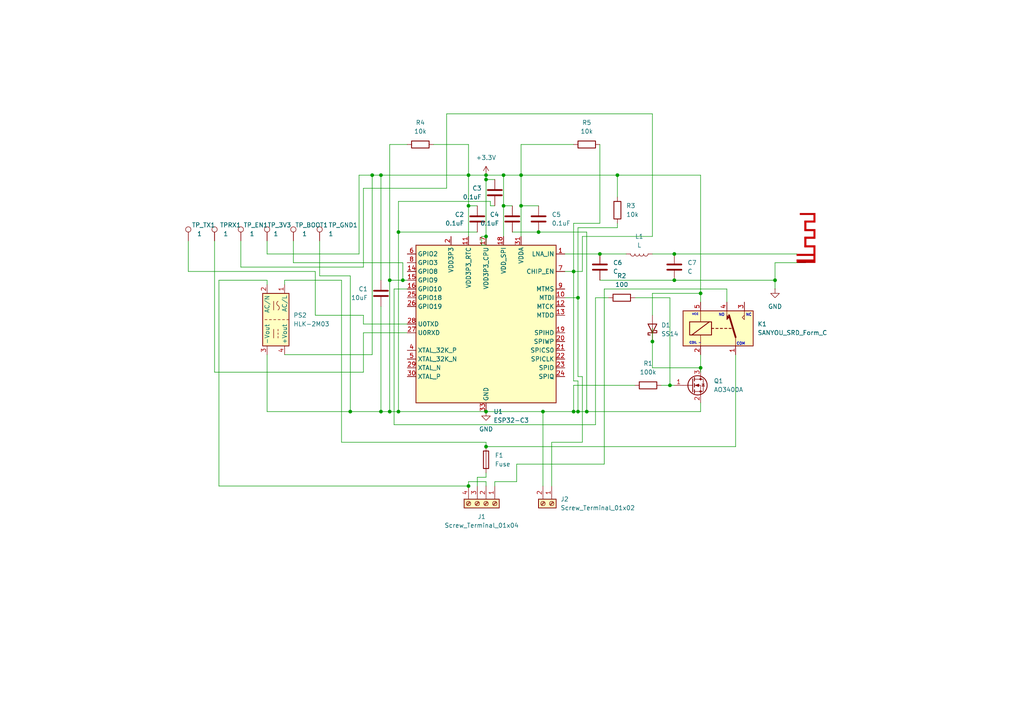
<source format=kicad_sch>
(kicad_sch (version 20250114) (generator "eeschema") (generator_version "9.0")
  (paper "A4")
  (lib_symbols
    (symbol "Connector:Screw_Terminal_01x02" (pin_names (offset 1.016) (hide yes))
      (property "Reference" "J" (at 0 2.54 0))
      (property "Value" "Screw_Terminal_01x02" (at 0 -5.08 0))
      (symbol "Screw_Terminal_01x02_1_1"
        (rectangle (start -1.27 1.27) (end 1.27 -3.81) (stroke (width 0.254)) (fill (type background)))
        (polyline (pts (xy -0.5334 0.3302) (xy 0.3302 -0.508)) (stroke (width 0.1524)))
        (polyline (pts (xy -0.5334 -2.2098) (xy 0.3302 -3.048)) (stroke (width 0.1524)))
        (polyline (pts (xy -0.3556 0.508) (xy 0.508 -0.3302)) (stroke (width 0.1524)))
        (polyline (pts (xy -0.3556 -2.032) (xy 0.508 -2.8702)) (stroke (width 0.1524)))
        (circle (center 0 0) (radius 0.635) (stroke (width 0.1524)))
        (circle (center 0 -2.54) (radius 0.635) (stroke (width 0.1524)))
        (pin passive line (at -5.08 0 0) (length 3.81) (name "Pin_1") (number "1"))
        (pin passive line (at -5.08 -2.54 0) (length 3.81) (name "Pin_2") (number "2"))
      )
    )
    (symbol "Connector:Screw_Terminal_01x04" (pin_names (offset 1.016) (hide yes))
      (property "Reference" "J" (at 0 5.08 0))
      (property "Value" "Screw_Terminal_01x04" (at 0 -7.62 0))
      (symbol "Screw_Terminal_01x04_1_1"
        (rectangle (start -1.27 3.81) (end 1.27 -6.35) (stroke (width 0.254)) (fill (type background)))
        (polyline (pts (xy -0.5334 2.8702) (xy 0.3302 2.032)) (stroke (width 0.1524)))
        (polyline (pts (xy -0.5334 0.3302) (xy 0.3302 -0.508)) (stroke (width 0.1524)))
        (polyline (pts (xy -0.5334 -2.2098) (xy 0.3302 -3.048)) (stroke (width 0.1524)))
        (polyline (pts (xy -0.5334 -4.7498) (xy 0.3302 -5.588)) (stroke (width 0.1524)))
        (polyline (pts (xy -0.3556 3.048) (xy 0.508 2.2098)) (stroke (width 0.1524)))
        (polyline (pts (xy -0.3556 0.508) (xy 0.508 -0.3302)) (stroke (width 0.1524)))
        (polyline (pts (xy -0.3556 -2.032) (xy 0.508 -2.8702)) (stroke (width 0.1524)))
        (polyline (pts (xy -0.3556 -4.572) (xy 0.508 -5.4102)) (stroke (width 0.1524)))
        (circle (center 0 2.54) (radius 0.635) (stroke (width 0.1524)))
        (circle (center 0 0) (radius 0.635) (stroke (width 0.1524)))
        (circle (center 0 -2.54) (radius 0.635) (stroke (width 0.1524)))
        (circle (center 0 -5.08) (radius 0.635) (stroke (width 0.1524)))
        (pin passive line (at -5.08 2.54 0) (length 3.81) (name "Pin_1") (number "1"))
        (pin passive line (at -5.08 0 0) (length 3.81) (name "Pin_2") (number "2"))
        (pin passive line (at -5.08 -2.54 0) (length 3.81) (name "Pin_3") (number "3"))
        (pin passive line (at -5.08 -5.08 0) (length 3.81) (name "Pin_4") (number "4"))
      )
    )
    (symbol "Connector:TestPoint" (pin_numbers (hide yes)) (pin_names (offset 0.762) (hide yes))
      (property "Reference" "TP" (at 0 6.858 0))
      (property "Value" "TestPoint" (at 0 5.08 0))
      (symbol "TestPoint_0_1"
        (circle (center 0 3.302) (radius 0.762))
      )
      (symbol "TestPoint_1_1"
        (pin passive line (at 0 0 90) (length 2.54) (name "1") (number "1"))
      )
    )
    (symbol "Converter_ACDC:HLK-2M03"
      (property "Reference" "PS" (at 0 5.08 0))
      (property "Value" "HLK-2M03" (at 0 -5.08 0))
      (symbol "HLK-2M03_0_1"
        (rectangle (start -7.62 3.81) (end 7.62 -3.81) (stroke (width 0.254)) (fill (type background)))
        (polyline (pts (xy -5.334 -0.635) (xy -2.794 -0.635)))
        (arc (start -4.064 0.635) (mid -4.699 0.2495) (end -5.334 0.635))
        (arc (start -4.064 0.635) (mid -3.429 1.0072) (end -2.794 0.635))
        (polyline (pts (xy 0 3.81) (xy 0 3.175)))
        (polyline (pts (xy 0 2.54) (xy 0 1.905)))
        (polyline (pts (xy 0 1.27) (xy 0 0.635)))
        (polyline (pts (xy 0 0) (xy 0 -0.635)))
        (polyline (pts (xy 0 -1.27) (xy 0 -1.905)))
        (polyline (pts (xy 0 -2.54) (xy 0 -3.175)))
        (polyline (pts (xy 2.794 0.635) (xy 3.302 0.635)))
        (polyline (pts (xy 2.794 -0.635) (xy 5.334 -0.635)))
        (polyline (pts (xy 3.81 0.635) (xy 4.318 0.635)))
        (polyline (pts (xy 4.826 0.635) (xy 5.334 0.635)))
      )
      (symbol "HLK-2M03_1_1"
        (pin power_in line (at -10.16 2.54 0) (length 2.54) (name "AC/L") (number "1"))
        (pin power_in line (at -10.16 -2.54 0) (length 2.54) (name "AC/N") (number "2"))
        (pin power_out line (at 10.16 2.54 180) (length 2.54) (name "+Vout") (number "4"))
        (pin power_out line (at 10.16 -2.54 180) (length 2.54) (name "-Vout") (number "3"))
      )
    )
    (symbol "Device:C" (pin_numbers (hide yes)) (pin_names (offset 0.254))
      (property "Reference" "C" (at 0.635 2.54 0))
      (property "Value" "C" (at 0.635 -2.54 0))
      (symbol "C_0_1"
        (polyline (pts (xy -2.032 0.762) (xy 2.032 0.762)) (stroke (width 0.508)))
        (polyline (pts (xy -2.032 -0.762) (xy 2.032 -0.762)) (stroke (width 0.508)))
      )
      (symbol "C_1_1"
        (pin passive line (at 0 3.81 270) (length 2.794) (name "~") (number "1"))
        (pin passive line (at 0 -3.81 90) (length 2.794) (name "~") (number "2"))
      )
    )
    (symbol "Device:Fuse" (pin_numbers (hide yes)) (pin_names (offset 0))
      (property "Reference" "F" (at 2.032 0 90))
      (property "Value" "Fuse" (at -1.905 0 90))
      (symbol "Fuse_0_1"
        (rectangle (start -0.762 -2.54) (end 0.762 2.54) (stroke (width 0.254)))
        (polyline (pts (xy 0 2.54) (xy 0 -2.54)))
      )
      (symbol "Fuse_1_1"
        (pin passive line (at 0 3.81 270) (length 1.27) (name "~") (number "1"))
        (pin passive line (at 0 -3.81 90) (length 1.27) (name "~") (number "2"))
      )
    )
    (symbol "Device:L" (pin_numbers (hide yes)) (pin_names (offset 1.016) (hide yes))
      (property "Reference" "L" (at -1.27 0 90))
      (property "Value" "L" (at 1.905 0 90))
      (symbol "L_0_1"
        (arc (start 0 2.54) (mid 0.6323 1.905) (end 0 1.27))
        (arc (start 0 1.27) (mid 0.6323 0.635) (end 0 0))
        (arc (start 0 0) (mid 0.6323 -0.635) (end 0 -1.27))
        (arc (start 0 -1.27) (mid 0.6323 -1.905) (end 0 -2.54))
      )
      (symbol "L_1_1"
        (pin passive line (at 0 3.81 270) (length 1.27) (name "1") (number "1"))
        (pin passive line (at 0 -3.81 90) (length 1.27) (name "2") (number "2"))
      )
    )
    (symbol "Device:R" (pin_numbers (hide yes)) (pin_names (offset 0))
      (property "Reference" "R" (at 2.032 0 90))
      (property "Value" "R" (at 0 0 90))
      (symbol "R_0_1"
        (rectangle (start -1.016 -2.54) (end 1.016 2.54) (stroke (width 0.254)))
      )
      (symbol "R_1_1"
        (pin passive line (at 0 3.81 270) (length 1.27) (name "~") (number "1"))
        (pin passive line (at 0 -3.81 90) (length 1.27) (name "~") (number "2"))
      )
    )
    (symbol "Diode:SS14" (pin_numbers (hide yes)) (pin_names (offset 1.016) (hide yes))
      (property "Reference" "D" (at 0 2.54 0))
      (property "Value" "SS14" (at 0 -2.54 0))
      (symbol "SS14_0_1"
        (polyline (pts (xy -1.905 0.635) (xy -1.905 1.27) (xy -1.27 1.27) (xy -1.27 -1.27) (xy -0.635 -1.27) (xy -0.635 -0.635)) (stroke (width 0.254)))
        (polyline (pts (xy 1.27 1.27) (xy 1.27 -1.27) (xy -1.27 0) (xy 1.27 1.27)) (stroke (width 0.254)))
        (polyline (pts (xy 1.27 0) (xy -1.27 0)))
      )
      (symbol "SS14_1_1"
        (pin passive line (at -3.81 0 0) (length 2.54) (name "K") (number "1"))
        (pin passive line (at 3.81 0 180) (length 2.54) (name "A") (number "2"))
      )
    )
    (symbol "MCU_Espressif:ESP32-C3"
      (property "Reference" "U" (at -17.272 23.876 0))
      (property "Value" "ESP32-C3" (at 16.256 23.876 0))
      (symbol "ESP32-C3_1_1"
        (rectangle (start -20.32 22.86) (end 20.32 -22.86) (stroke (width 0.254)) (fill (type background)))
        (pin bidirectional line (at -22.86 20.32 0) (length 2.54) (name "GPIO2") (number "6"))
        (pin bidirectional line (at -22.86 17.78 0) (length 2.54) (name "GPIO3") (number "8"))
        (pin bidirectional line (at -22.86 15.24 0) (length 2.54) (name "GPIO8") (number "14"))
        (pin bidirectional line (at -22.86 12.7 0) (length 2.54) (name "GPIO9") (number "15"))
        (pin bidirectional line (at -22.86 10.16 0) (length 2.54) (name "GPIO10") (number "16"))
        (pin bidirectional line (at -22.86 7.62 0) (length 2.54) (name "GPIO18") (number "25"))
        (pin bidirectional line (at -22.86 5.08 0) (length 2.54) (name "GPIO19") (number "26"))
        (pin bidirectional line (at -22.86 0 0) (length 2.54) (name "U0TXD") (number "28"))
        (pin bidirectional line (at -22.86 -2.54 0) (length 2.54) (name "U0RXD") (number "27"))
        (pin bidirectional line (at -22.86 -7.62 0) (length 2.54) (name "XTAL_32K_P") (number "4"))
        (pin bidirectional line (at -22.86 -10.16 0) (length 2.54) (name "XTAL_32K_N") (number "5"))
        (pin bidirectional line (at -22.86 -12.7 0) (length 2.54) (name "XTAL_N") (number "29"))
        (pin bidirectional line (at -22.86 -15.24 0) (length 2.54) (name "XTAL_P") (number "30"))
        (pin power_in line (at -10.16 25.4 270) (length 2.54) (name "VDD3P3") (number "2"))
        (pin passive line (at -10.16 25.4 270) (length 2.54) (hide yes) (name "VDD3P3") (number "3"))
        (pin power_in line (at -5.08 25.4 270) (length 2.54) (name "VDD3P3_RTC") (number "11"))
        (pin power_in line (at 0 25.4 270) (length 2.54) (name "VDD3P3_CPU") (number "17"))
        (pin power_in line (at 0 -25.4 90) (length 2.54) (name "GND") (number "33"))
        (pin power_out line (at 5.08 25.4 270) (length 2.54) (name "VDD_SPI") (number "18"))
        (pin power_in line (at 10.16 25.4 270) (length 2.54) (name "VDDA") (number "31"))
        (pin passive line (at 10.16 25.4 270) (length 2.54) (hide yes) (name "VDDA") (number "32"))
        (pin bidirectional line (at 22.86 20.32 180) (length 2.54) (name "LNA_IN") (number "1"))
        (pin bidirectional line (at 22.86 15.24 180) (length 2.54) (name "CHIP_EN") (number "7"))
        (pin bidirectional line (at 22.86 10.16 180) (length 2.54) (name "MTMS") (number "9"))
        (pin bidirectional line (at 22.86 7.62 180) (length 2.54) (name "MTDI") (number "10"))
        (pin bidirectional line (at 22.86 5.08 180) (length 2.54) (name "MTCK") (number "12"))
        (pin bidirectional line (at 22.86 2.54 180) (length 2.54) (name "MTDO") (number "13"))
        (pin bidirectional line (at 22.86 -2.54 180) (length 2.54) (name "SPIHD") (number "19"))
        (pin bidirectional line (at 22.86 -5.08 180) (length 2.54) (name "SPIWP") (number "20"))
        (pin bidirectional line (at 22.86 -7.62 180) (length 2.54) (name "SPICS0") (number "21"))
        (pin bidirectional line (at 22.86 -10.16 180) (length 2.54) (name "SPICLK") (number "22"))
        (pin bidirectional line (at 22.86 -12.7 180) (length 2.54) (name "SPID") (number "23"))
        (pin bidirectional line (at 22.86 -15.24 180) (length 2.54) (name "SPIQ") (number "24"))
      )
    )
    (symbol "Relay:SANYOU_SRD_Form_C"
      (property "Reference" "K" (at 11.43 3.81 0))
      (property "Value" "SANYOU_SRD_Form_C" (at 11.43 1.27 0))
      (symbol "SANYOU_SRD_Form_C_0_0"
        (polyline (pts (xy 7.62 5.08) (xy 7.62 2.54) (xy 6.985 3.175) (xy 7.62 3.81)))
      )
      (symbol "SANYOU_SRD_Form_C_0_1"
        (rectangle (start -10.16 5.08) (end 10.16 -5.08) (stroke (width 0.254)) (fill (type background)))
        (rectangle (start -8.255 1.905) (end -1.905 -1.905) (stroke (width 0.254)))
        (polyline (pts (xy -7.62 -1.905) (xy -2.54 1.905)) (stroke (width 0.254)))
        (polyline (pts (xy -5.08 5.08) (xy -5.08 1.905)))
        (polyline (pts (xy -5.08 -5.08) (xy -5.08 -1.905)))
        (polyline (pts (xy -1.905 0) (xy -1.27 0)) (stroke (width 0.254)))
        (polyline (pts (xy -0.635 0) (xy 0 0)) (stroke (width 0.254)))
        (polyline (pts (xy 0.635 0) (xy 1.27 0)) (stroke (width 0.254)))
        (polyline (pts (xy 1.905 0) (xy 2.54 0)) (stroke (width 0.254)))
        (polyline (pts (xy 3.175 0) (xy 3.81 0)) (stroke (width 0.254)))
        (polyline (pts (xy 5.08 -2.54) (xy 3.175 3.81)) (stroke (width 0.508)))
        (polyline (pts (xy 5.08 -2.54) (xy 5.08 -5.08)))
      )
      (symbol "SANYOU_SRD_Form_C_1_1"
        (polyline (pts (xy 2.54 3.81) (xy 3.175 3.175) (xy 2.54 2.54) (xy 2.54 5.08)) (fill (type outline)))
        (pin passive line (at -5.08 7.62 270) (length 2.54) (name "~") (number "5"))
        (pin passive line (at -5.08 -7.62 90) (length 2.54) (name "~") (number "2"))
        (pin passive line (at 2.54 7.62 270) (length 2.54) (name "~") (number "4"))
        (pin passive line (at 5.08 -7.62 90) (length 2.54) (name "~") (number "1"))
        (pin passive line (at 7.62 7.62 270) (length 2.54) (name "~") (number "3"))
      )
    )
    (symbol "Transistor_FET:AO3400A" (pin_names (offset 0) (hide yes))
      (property "Reference" "Q" (at 5.08 1.905 0))
      (property "Value" "AO3400A" (at 5.08 0 0))
      (symbol "AO3400A_0_1"
        (polyline (pts (xy 0.254 1.905) (xy 0.254 -1.905)) (stroke (width 0.254)))
        (polyline (pts (xy 0.254 0) (xy -2.54 0)))
        (polyline (pts (xy 0.762 2.286) (xy 0.762 1.27)) (stroke (width 0.254)))
        (polyline (pts (xy 0.762 0.508) (xy 0.762 -0.508)) (stroke (width 0.254)))
        (polyline (pts (xy 0.762 -1.27) (xy 0.762 -2.286)) (stroke (width 0.254)))
        (polyline (pts (xy 0.762 -1.778) (xy 3.302 -1.778) (xy 3.302 1.778) (xy 0.762 1.778)))
        (polyline (pts (xy 1.016 0) (xy 2.032 0.381) (xy 2.032 -0.381) (xy 1.016 0)) (fill (type outline)))
        (circle (center 1.651 0) (radius 2.794) (stroke (width 0.254)))
        (polyline (pts (xy 2.54 2.54) (xy 2.54 1.778)))
        (circle (center 2.54 1.778) (radius 0.254) (fill (type outline)))
        (circle (center 2.54 -1.778) (radius 0.254) (fill (type outline)))
        (polyline (pts (xy 2.54 -2.54) (xy 2.54 0) (xy 0.762 0)))
        (polyline (pts (xy 2.921 0.381) (xy 3.683 0.381)))
        (polyline (pts (xy 3.302 0.381) (xy 2.921 -0.254) (xy 3.683 -0.254) (xy 3.302 0.381)))
      )
      (symbol "AO3400A_1_1"
        (pin input line (at -5.08 0 0) (length 2.54) (name "G") (number "1"))
        (pin passive line (at 2.54 5.08 270) (length 2.54) (name "D") (number "3"))
        (pin passive line (at 2.54 -5.08 90) (length 2.54) (name "S") (number "2"))
      )
    )
    (symbol "etho custom lib:Antenna" (pin_numbers (hide yes)) (pin_names (offset 1.016) (hide yes))
      (symbol "Antenna_1_1"
        (rectangle (start 0 0.246) (end 5 -0.254) (stroke (width 0.1) (color 194 0 0 1)) (fill (type outline)))
        (rectangle (start 0 -0.254) (end 0.9 -5.154) (stroke (width 0.1) (color 187 0 0 1)) (fill (type outline)))
        (rectangle (start 2.032 -0.254) (end 2.532 -5.154) (stroke (width 0.1) (color 194 0 0 1)) (fill (type outline)))
        (rectangle (start 4.5 -0.254) (end 5 -2.894) (stroke (width 0.1) (color 194 0 0 1)) (fill (type outline)))
        (rectangle (start 5 -2.39) (end 7 -2.89) (stroke (width 0.1) (color 194 0 0 1)) (fill (type outline)))
        (rectangle (start 7 0.254) (end 9.7 -0.246) (stroke (width 0.1) (color 194 0 0 1)) (fill (type outline)))
        (rectangle (start 7 -0.254) (end 7.5 -2.894) (stroke (width 0.1) (color 194 0 0 1)) (fill (type outline)))
        (rectangle (start 9.2 -0.254) (end 9.7 -2.894) (stroke (width 0.1) (color 194 0 0 1)) (fill (type outline)))
        (rectangle (start 9.7 -2.39) (end 11.7 -2.89) (stroke (width 0.1) (color 194 0 0 1)) (fill (type outline)))
        (rectangle (start 11.684 0.254) (end 14.384 -0.246) (stroke (width 0.1) (color 194 0 0 1)) (fill (type outline)))
        (rectangle (start 11.684 -0.254) (end 12.184 -2.894) (stroke (width 0.1) (color 194 0 0 1)) (fill (type outline)))
        (rectangle (start 13.885 -0.254) (end 14.385 -4.194) (stroke (width 0.1) (color 194 0 0 1)) (fill (type outline)))
        (pin input line (at 0 -5.08 90) (length 2.54) (name "A") (number "1"))
      )
    )
    (symbol "power:+3.3V" (power) (pin_numbers (hide yes)) (pin_names (offset 0) (hide yes))
      (property "Value" "+3.3V" (at 0 3.556 0))
      (symbol "+3.3V_0_1"
        (polyline (pts (xy -0.762 1.27) (xy 0 2.54)))
        (polyline (pts (xy 0 2.54) (xy 0.762 1.27)))
        (polyline (pts (xy 0 0) (xy 0 2.54)))
      )
      (symbol "+3.3V_1_1"
        (pin power_in line (at 0 0 90) (length 0) (name "~") (number "1"))
      )
    )
    (symbol "power:GND" (power) (pin_numbers (hide yes)) (pin_names (offset 0) (hide yes))
      (property "Value" "GND" (at 0 -3.81 0))
      (symbol "GND_0_1"
        (polyline (pts (xy 0 0) (xy 0 -1.27) (xy 1.27 -1.27) (xy 0 -2.54) (xy -1.27 -1.27) (xy 0 -1.27)))
      )
      (symbol "GND_1_1"
        (pin power_in line (at 0 0 270) (length 0) (name "~") (number "1"))
      )
    )
  )
  (text "vcc" (at 201.676 91.186 0) (effects (font (size 0.762 0.762))))
  (text "NO" (at 209.296 91.44 0) (effects (font (size 0.762 0.762))))
  (text "COIL -\n" (at 201.676 99.568 0) (effects (font (size 0.635 0.635))))
  (text "NC" (at 217.17 91.44 0) (effects (font (size 0.762 0.762))))
  (text "COM\n" (at 214.884 99.822 0) (effects (font (size 0.762 0.762))))
  (junction (at 151.13 59.69))
  (junction (at 157.48 119.38))
  (junction (at 135.89 59.69))
  (junction (at 179.07 50.8))
  (junction (at 173.99 73.66))
  (junction (at 140.97 52.07))
  (junction (at 195.58 73.66))
  (junction (at 167.64 119.38))
  (junction (at 101.6 119.38))
  (junction (at 189.23 99.06))
  (junction (at 170.18 119.38))
  (junction (at 115.57 119.38))
  (junction (at 146.05 59.69))
  (junction (at 224.79 81.28))
  (junction (at 140.97 119.38))
  (junction (at 151.13 50.8))
  (junction (at 195.58 81.28))
  (junction (at 140.97 68.58))
  (junction (at 203.2 85.09))
  (junction (at 113.03 119.38))
  (junction (at 146.05 50.8))
  (junction (at 107.95 50.8))
  (junction (at 194.31 111.76))
  (junction (at 110.49 50.8))
  (junction (at 140.97 50.8))
  (junction (at 140.97 129.54))
  (junction (at 156.21 67.31))
  (junction (at 115.57 67.31))
  (junction (at 135.89 140.97))
  (junction (at 113.03 81.28))
  (junction (at 166.37 119.38))
  (junction (at 203.2 106.68))
  (junction (at 110.49 119.38))
  (junction (at 167.64 86.36))
  (junction (at 135.89 50.8))
  (junction (at 166.37 78.74))
  (junction (at 116.84 81.28))
  (wire (pts (xy 160.02 128.27) (xy 160.02 140.97)))
  (wire (pts (xy 115.57 67.31) (xy 115.57 119.38)))
  (wire (pts (xy 163.83 86.36) (xy 167.64 86.36)))
  (wire (pts (xy 149.86 134.62) (xy 149.86 139.7)))
  (wire (pts (xy 195.58 73.66) (xy 231.14 73.66)))
  (wire (pts (xy 210.82 83.82) (xy 210.82 87.63)))
  (wire (pts (xy 167.64 86.36) (xy 167.64 66.04)))
  (wire (pts (xy 77.47 81.28) (xy 63.5 81.28)))
  (wire (pts (xy 189.23 85.09) (xy 203.2 85.09)))
  (wire (pts (xy 115.57 119.38) (xy 140.97 119.38)))
  (wire (pts (xy 110.49 88.9) (xy 110.49 119.38)))
  (wire (pts (xy 82.55 102.87) (xy 107.95 102.87)))
  (wire (pts (xy 62.23 69.85) (xy 62.23 107.95)))
  (wire (pts (xy 113.03 81.28) (xy 113.03 119.38)))
  (wire (pts (xy 166.37 111.76) (xy 166.37 119.38)))
  (wire (pts (xy 77.47 119.38) (xy 101.6 119.38)))
  (wire (pts (xy 105.41 107.95) (xy 105.41 96.52)))
  (wire (pts (xy 143.51 139.7) (xy 143.51 140.97)))
  (wire (pts (xy 167.64 86.36) (xy 167.64 109.22)))
  (wire (pts (xy 179.07 66.04) (xy 179.07 64.77)))
  (wire (pts (xy 135.89 50.8) (xy 140.97 50.8)))
  (wire (pts (xy 184.15 86.36) (xy 194.31 86.36)))
  (wire (pts (xy 168.91 128.27) (xy 160.02 128.27)))
  (wire (pts (xy 170.18 119.38) (xy 167.64 119.38)))
  (wire (pts (xy 115.57 58.42) (xy 115.57 67.31)))
  (wire (pts (xy 118.11 81.28) (xy 116.84 81.28)))
  (wire (pts (xy 151.13 59.69) (xy 156.21 59.69)))
  (wire (pts (xy 148.59 67.31) (xy 156.21 67.31)))
  (wire (pts (xy 77.47 73.66) (xy 104.14 73.66)))
  (wire (pts (xy 105.41 93.98) (xy 118.11 93.98)))
  (wire (pts (xy 168.91 109.22) (xy 168.91 128.27)))
  (wire (pts (xy 203.2 106.68) (xy 203.2 107.95)))
  (wire (pts (xy 189.23 33.02) (xy 189.23 68.58)))
  (wire (pts (xy 135.89 41.91) (xy 135.89 50.8)))
  (wire (pts (xy 224.79 81.28) (xy 224.79 76.2)))
  (wire (pts (xy 213.36 102.87) (xy 213.36 129.54)))
  (wire (pts (xy 92.71 69.85) (xy 92.71 80.01)))
  (wire (pts (xy 140.97 119.38) (xy 157.48 119.38)))
  (wire (pts (xy 151.13 50.8) (xy 151.13 41.91)))
  (wire (pts (xy 105.41 77.47) (xy 105.41 54.61)))
  (wire (pts (xy 163.83 73.66) (xy 173.99 73.66)))
  (wire (pts (xy 105.41 96.52) (xy 118.11 96.52)))
  (wire (pts (xy 146.05 59.69) (xy 146.05 50.8)))
  (wire (pts (xy 135.89 68.58) (xy 135.89 59.69)))
  (wire (pts (xy 195.58 81.28) (xy 224.79 81.28)))
  (wire (pts (xy 140.97 52.07) (xy 140.97 68.58)))
  (wire (pts (xy 151.13 59.69) (xy 151.13 68.58)))
  (wire (pts (xy 142.24 58.42) (xy 115.57 58.42)))
  (wire (pts (xy 110.49 50.8) (xy 135.89 50.8)))
  (wire (pts (xy 176.53 86.36) (xy 172.72 86.36)))
  (wire (pts (xy 99.06 128.27) (xy 140.97 128.27)))
  (wire (pts (xy 146.05 68.58) (xy 146.05 59.69)))
  (wire (pts (xy 91.44 78.74) (xy 91.44 91.44)))
  (wire (pts (xy 116.84 76.2) (xy 116.84 81.28)))
  (wire (pts (xy 99.06 81.28) (xy 99.06 128.27)))
  (wire (pts (xy 63.5 140.97) (xy 135.89 140.97)))
  (wire (pts (xy 170.18 119.38) (xy 203.2 119.38)))
  (wire (pts (xy 167.64 119.38) (xy 166.37 119.38)))
  (wire (pts (xy 105.41 91.44) (xy 105.41 93.98)))
  (wire (pts (xy 129.54 33.02) (xy 189.23 33.02)))
  (wire (pts (xy 140.97 139.7) (xy 140.97 140.97)))
  (wire (pts (xy 189.23 68.58) (xy 168.91 68.58)))
  (wire (pts (xy 173.99 81.28) (xy 195.58 81.28)))
  (wire (pts (xy 189.23 73.66) (xy 195.58 73.66)))
  (wire (pts (xy 149.86 134.62) (xy 175.26 134.62)))
  (wire (pts (xy 135.89 59.69) (xy 135.89 50.8)))
  (wire (pts (xy 184.15 111.76) (xy 166.37 111.76)))
  (wire (pts (xy 163.83 78.74) (xy 166.37 78.74)))
  (wire (pts (xy 167.64 110.49) (xy 167.64 119.38)))
  (wire (pts (xy 69.85 77.47) (xy 105.41 77.47)))
  (wire (pts (xy 203.2 102.87) (xy 203.2 106.68)))
  (wire (pts (xy 138.43 67.31) (xy 115.57 67.31)))
  (wire (pts (xy 143.51 59.69) (xy 142.24 59.69)))
  (wire (pts (xy 139.7 71.12) (xy 139.7 68.58)))
  (wire (pts (xy 189.23 106.68) (xy 203.2 106.68)))
  (wire (pts (xy 146.05 50.8) (xy 140.97 50.8)))
  (wire (pts (xy 69.85 69.85) (xy 69.85 77.47)))
  (wire (pts (xy 156.21 67.31) (xy 170.18 67.31)))
  (wire (pts (xy 114.3 83.82) (xy 118.11 83.82)))
  (wire (pts (xy 113.03 119.38) (xy 115.57 119.38)))
  (wire (pts (xy 107.95 50.8) (xy 110.49 50.8)))
  (wire (pts (xy 140.97 128.27) (xy 140.97 129.54)))
  (wire (pts (xy 224.79 81.28) (xy 224.79 83.82)))
  (wire (pts (xy 77.47 102.87) (xy 77.47 119.38)))
  (wire (pts (xy 189.23 91.44) (xy 189.23 85.09)))
  (wire (pts (xy 203.2 85.09) (xy 203.2 50.8)))
  (wire (pts (xy 170.18 67.31) (xy 170.18 119.38)))
  (wire (pts (xy 189.23 99.06) (xy 189.23 106.68)))
  (wire (pts (xy 146.05 50.8) (xy 151.13 50.8)))
  (wire (pts (xy 191.77 111.76) (xy 194.31 111.76)))
  (wire (pts (xy 114.3 123.19) (xy 114.3 83.82)))
  (wire (pts (xy 77.47 82.55) (xy 77.47 81.28)))
  (wire (pts (xy 203.2 116.84) (xy 203.2 119.38)))
  (wire (pts (xy 172.72 123.19) (xy 114.3 123.19)))
  (wire (pts (xy 203.2 87.63) (xy 203.2 85.09)))
  (wire (pts (xy 179.07 50.8) (xy 179.07 57.15)))
  (wire (pts (xy 63.5 81.28) (xy 63.5 140.97)))
  (wire (pts (xy 104.14 73.66) (xy 104.14 50.8)))
  (wire (pts (xy 172.72 86.36) (xy 172.72 123.19)))
  (wire (pts (xy 194.31 111.76) (xy 195.58 111.76)))
  (wire (pts (xy 140.97 68.58) (xy 140.97 71.12)))
  (wire (pts (xy 101.6 80.01) (xy 101.6 119.38)))
  (wire (pts (xy 135.89 139.7) (xy 140.97 139.7)))
  (wire (pts (xy 116.84 81.28) (xy 113.03 81.28)))
  (wire (pts (xy 77.47 69.85) (xy 77.47 73.66)))
  (wire (pts (xy 110.49 50.8) (xy 110.49 81.28)))
  (wire (pts (xy 85.09 76.2) (xy 116.84 76.2)))
  (wire (pts (xy 92.71 80.01) (xy 101.6 80.01)))
  (wire (pts (xy 139.7 68.58) (xy 140.97 68.58)))
  (wire (pts (xy 82.55 81.28) (xy 99.06 81.28)))
  (wire (pts (xy 135.89 140.97) (xy 135.89 139.7)))
  (wire (pts (xy 107.95 102.87) (xy 107.95 50.8)))
  (wire (pts (xy 85.09 69.85) (xy 85.09 76.2)))
  (wire (pts (xy 175.26 83.82) (xy 210.82 83.82)))
  (wire (pts (xy 140.97 129.54) (xy 213.36 129.54)))
  (wire (pts (xy 82.55 82.55) (xy 82.55 81.28)))
  (wire (pts (xy 189.23 95.25) (xy 189.23 99.06)))
  (wire (pts (xy 166.37 110.49) (xy 167.64 110.49)))
  (wire (pts (xy 104.14 50.8) (xy 107.95 50.8)))
  (wire (pts (xy 105.41 54.61) (xy 129.54 54.61)))
  (wire (pts (xy 101.6 119.38) (xy 110.49 119.38)))
  (wire (pts (xy 194.31 86.36) (xy 194.31 111.76)))
  (wire (pts (xy 146.05 59.69) (xy 148.59 59.69)))
  (wire (pts (xy 224.79 76.2) (xy 231.14 76.2)))
  (wire (pts (xy 138.43 138.43) (xy 140.97 138.43)))
  (wire (pts (xy 175.26 134.62) (xy 175.26 83.82)))
  (wire (pts (xy 173.99 64.77) (xy 166.37 64.77)))
  (wire (pts (xy 167.64 109.22) (xy 168.91 109.22)))
  (wire (pts (xy 54.61 69.85) (xy 54.61 78.74)))
  (wire (pts (xy 166.37 64.77) (xy 166.37 78.74)))
  (wire (pts (xy 151.13 50.8) (xy 151.13 59.69)))
  (wire (pts (xy 54.61 78.74) (xy 91.44 78.74)))
  (wire (pts (xy 138.43 140.97) (xy 138.43 138.43)))
  (wire (pts (xy 151.13 41.91) (xy 166.37 41.91)))
  (wire (pts (xy 173.99 73.66) (xy 181.61 73.66)))
  (wire (pts (xy 173.99 41.91) (xy 173.99 64.77)))
  (wire (pts (xy 140.97 137.16) (xy 140.97 138.43)))
  (wire (pts (xy 113.03 41.91) (xy 118.11 41.91)))
  (wire (pts (xy 140.97 50.8) (xy 140.97 52.07)))
  (wire (pts (xy 166.37 78.74) (xy 166.37 110.49)))
  (wire (pts (xy 168.91 78.74) (xy 166.37 78.74)))
  (wire (pts (xy 157.48 119.38) (xy 166.37 119.38)))
  (wire (pts (xy 179.07 50.8) (xy 203.2 50.8)))
  (wire (pts (xy 110.49 119.38) (xy 113.03 119.38)))
  (wire (pts (xy 168.91 68.58) (xy 168.91 78.74)))
  (wire (pts (xy 135.89 59.69) (xy 138.43 59.69)))
  (wire (pts (xy 113.03 81.28) (xy 113.03 41.91)))
  (wire (pts (xy 91.44 91.44) (xy 105.41 91.44)))
  (wire (pts (xy 129.54 54.61) (xy 129.54 33.02)))
  (wire (pts (xy 157.48 140.97) (xy 157.48 119.38)))
  (wire (pts (xy 149.86 139.7) (xy 143.51 139.7)))
  (wire (pts (xy 167.64 66.04) (xy 179.07 66.04)))
  (wire (pts (xy 142.24 59.69) (xy 142.24 58.42)))
  (wire (pts (xy 140.97 52.07) (xy 143.51 52.07)))
  (wire (pts (xy 151.13 50.8) (xy 179.07 50.8)))
  (wire (pts (xy 140.97 71.12) (xy 139.7 71.12)))
  (wire (pts (xy 125.73 41.91) (xy 135.89 41.91)))
  (wire (pts (xy 62.23 107.95) (xy 105.41 107.95)))
  (symbol (lib_id "Device:R") (at 187.96 111.76 270) (unit 1)
    (property "Reference" "R1" (at 187.96 105.41 90))
    (property "Value" "100k" (at 187.96 107.95 90))
    (property "Footprint" "Resistor_SMD:R_0603_1608Metric" (effects (hide yes)))
    (property "Description" "Resistor" (effects (hide yes)))
  )
  (symbol (lib_id "etho custom lib:Antenna") (at 236.22 76.2 270) (mirror x) (unit 1)
    (property "Reference" "AE2" (effects (hide yes)))
    (property "Value" "Antenna" (effects (hide yes)))
    (property "Footprint" "RF_Antenna:Texas_SWRA117D_2.4GHz_Left" (effects (hide yes)))
  )
  (symbol (lib_id "Device:R") (at 180.34 86.36 270) (unit 1)
    (property "Reference" "R2" (at 180.34 80.01 90))
    (property "Value" "100" (at 180.34 82.55 90))
    (property "Footprint" "Resistor_SMD:R_0603_1608Metric" (effects (hide yes)))
    (property "Description" "Resistor" (effects (hide yes)))
  )
  (symbol (lib_id "Transistor_FET:AO3400A") (at 200.66 111.76 0) (unit 1)
    (property "Reference" "Q1" (at 207.01 110.4899 0) (effects (justify left)))
    (property "Value" "AO3400A" (at 207.01 113.0299 0) (effects (justify left)))
    (property "Footprint" "Package_TO_SOT_SMD:SOT-23" (effects (hide yes)))
    (property "Datasheet" "http://www.aosmd.com/pdfs/datasheet/AO3400A.pdf" (effects (hide yes)))
    (property "Description" "30V Vds, 5.7A Id, N-Channel MOSFET, SOT-23" (effects (hide yes)))
  )
  (symbol (lib_id "power:GND") (at 140.97 119.38 0) (unit 1)
    (property "Reference" "#PWR02" (effects (hide yes)))
    (property "Value" "GND" (at 140.97 124.46 0))
    (property "Description" "Power symbol creates a global label with name \"GND\" , ground" (effects (hide yes)))
  )
  (symbol (lib_id "Connector:TestPoint") (at 62.23 69.85 0) (unit 1)
    (property "Reference" "TPRX1" (at 63.754 65.278 0) (effects (justify left)))
    (property "Value" "1" (at 64.77 67.8179 0) (effects (justify left)))
    (property "Footprint" "TestPoint:TestPoint_Pad_D1.0mm" (effects (hide yes)))
    (property "Description" "test point" (effects (hide yes)))
  )
  (symbol (lib_id "Connector:TestPoint") (at 77.47 69.85 0) (unit 1)
    (property "Reference" "TP_3V3" (at 81.026 65.278 0))
    (property "Value" "1" (at 80.01 67.8179 0))
    (property "Footprint" "TestPoint:TestPoint_Pad_D1.0mm" (effects (hide yes)))
    (property "Description" "test point" (effects (hide yes)))
  )
  (symbol (lib_id "Diode:SS14") (at 189.23 95.25 90) (unit 1)
    (property "Reference" "D1" (at 191.77 94.2974 90) (effects (justify right)))
    (property "Value" "SS14" (at 191.77 96.8374 90) (effects (justify right)))
    (property "Footprint" "Diode_SMD:D_SMA" (effects (hide yes)))
    (property "Datasheet" "https://www.vishay.com/docs/88746/ss12.pdf" (effects (hide yes)))
    (property "Description" "40V 1A Schottky Diode, SMA" (effects (hide yes)))
  )
  (symbol (lib_id "Device:C") (at 148.59 63.5 0) (mirror y) (unit 1)
    (property "Reference" "C4" (at 144.78 62.2299 0) (effects (justify left)))
    (property "Value" "0.1uF" (at 144.78 64.7699 0) (effects (justify left)))
    (property "Footprint" "Capacitor_SMD:C_0603_1608Metric" (effects (hide yes)))
    (property "Description" "Unpolarized capacitor" (effects (hide yes)))
  )
  (symbol (lib_id "Device:C") (at 156.21 63.5 0) (unit 1)
    (property "Reference" "C5" (at 160.02 62.2299 0) (effects (justify left)))
    (property "Value" "0.1uF" (at 160.02 64.7699 0) (effects (justify left)))
    (property "Footprint" "Capacitor_SMD:C_0603_1608Metric" (effects (hide yes)))
    (property "Description" "Unpolarized capacitor" (effects (hide yes)))
  )
  (symbol (lib_id "Connector:TestPoint") (at 92.71 69.85 0) (unit 1)
    (property "Reference" "TP_GND1" (at 95.25 65.2779 0) (effects (justify left)))
    (property "Value" "1" (at 95.25 67.8179 0) (effects (justify left)))
    (property "Footprint" "TestPoint:TestPoint_Pad_D1.0mm" (effects (hide yes)))
    (property "Description" "test point" (effects (hide yes)))
  )
  (symbol (lib_id "Device:C") (at 195.58 77.47 0) (unit 1)
    (property "Reference" "C7" (at 199.39 76.1999 0) (effects (justify left)))
    (property "Value" "C" (at 199.39 78.7399 0) (effects (justify left)))
    (property "Footprint" "Capacitor_SMD:C_0603_1608Metric" (effects (hide yes)))
    (property "Description" "Unpolarized capacitor" (effects (hide yes)))
  )
  (symbol (lib_id "Device:R") (at 170.18 41.91 270) (unit 1)
    (property "Reference" "R5" (at 170.18 35.56 90))
    (property "Value" "10k" (at 170.18 38.1 90))
    (property "Footprint" "Resistor_SMD:R_0603_1608Metric" (effects (hide yes)))
    (property "Description" "Resistor" (effects (hide yes)))
  )
  (symbol (lib_id "Device:C") (at 138.43 63.5 0) (mirror y) (unit 1)
    (property "Reference" "C2" (at 134.62 62.2299 0) (effects (justify left)))
    (property "Value" "0.1uF" (at 134.62 64.7699 0) (effects (justify left)))
    (property "Footprint" "Capacitor_SMD:C_0603_1608Metric" (effects (hide yes)))
    (property "Description" "Unpolarized capacitor" (effects (hide yes)))
  )
  (symbol (lib_id "Device:L") (at 185.42 73.66 270) (unit 1)
    (property "Reference" "L1" (at 185.42 68.58 90))
    (property "Value" "L" (at 185.42 71.12 90))
    (property "Footprint" "Inductor_SMD:L_0805_2012Metric" (effects (hide yes)))
    (property "Description" "Inductor" (effects (hide yes)))
  )
  (symbol (lib_id "Connector:TestPoint") (at 54.61 69.85 0) (unit 1)
    (property "Reference" "TP_TX1" (at 55.626 65.278 0) (effects (justify left)))
    (property "Value" "1" (at 57.15 67.8179 0) (effects (justify left)))
    (property "Footprint" "TestPoint:TestPoint_Pad_D1.0mm" (effects (hide yes)))
    (property "Description" "test point" (effects (hide yes)))
  )
  (symbol (lib_id "power:GND") (at 224.79 83.82 0) (unit 1)
    (property "Reference" "#PWR03" (effects (hide yes)))
    (property "Value" "GND" (at 224.79 88.9 0))
    (property "Description" "Power symbol creates a global label with name \"GND\" , ground" (effects (hide yes)))
  )
  (symbol (lib_id "Device:Fuse") (at 140.97 133.35 0) (unit 1)
    (property "Reference" "F1" (at 143.51 132.0799 0) (effects (justify left)))
    (property "Value" "Fuse" (at 143.51 134.6199 0) (effects (justify left)))
    (property "Footprint" "Fuse:Fuse_0603_1608Metric" (effects (hide yes)))
    (property "Description" "Fuse" (effects (hide yes)))
  )
  (symbol (lib_id "Device:R") (at 179.07 60.96 180) (unit 1)
    (property "Reference" "R3" (at 181.61 59.6899 0) (effects (justify right)))
    (property "Value" "10k" (at 181.61 62.2299 0) (effects (justify right)))
    (property "Footprint" "Resistor_SMD:R_0603_1608Metric" (effects (hide yes)))
    (property "Description" "Resistor" (effects (hide yes)))
  )
  (symbol (lib_id "Connector:TestPoint") (at 69.85 69.85 0) (unit 1)
    (property "Reference" "TP_EN1" (at 70.612 65.278 0) (effects (justify left)))
    (property "Value" "1" (at 72.39 67.8179 0) (effects (justify left)))
    (property "Footprint" "TestPoint:TestPoint_Pad_D1.0mm" (effects (hide yes)))
    (property "Description" "test point" (effects (hide yes)))
  )
  (symbol (lib_id "Connector:Screw_Terminal_01x04") (at 140.97 146.05 270) (unit 1)
    (property "Reference" "J1" (at 139.7 149.86 90))
    (property "Value" "Screw_Terminal_01x04" (at 139.7 152.4 90))
    (property "Footprint" "TerminalBlock_Phoenix:TerminalBlock_Phoenix_MPT-0,5-4-2.54_1x04_P2.54mm_Horizontal" (effects (hide yes)))
    (property "Description" "Generic screw terminal, single row, 01x04, script generated (kicad-library-utils/schlib/autogen/connector/)" (effects (hide yes)))
  )
  (symbol (lib_id "Converter_ACDC:HLK-2M03") (at 80.01 92.71 270) (unit 1)
    (property "Reference" "PS2" (at 85.09 91.4399 90) (effects (justify left)))
    (property "Value" "HLK-2M03" (at 85.09 93.9799 90) (effects (justify left)))
    (property "Footprint" "Converter_ACDC:Converter_ACDC_Hi-Link_HLK-2Mxx" (effects (hide yes)))
    (property "Datasheet" "https://h.hlktech.com/download/ACDC%E7%94%B5%E6%BA%90%E6%A8%A1%E5%9D%972W%E7%B3%BB%E5%88%97/1/%E6%B5%B7%E5%87%8C%E7%A7%912W%E7%B3%BB%E5%88%97%E7%94%B5%E6%BA%90%E6%A8%A1%E5%9D%97%E8%AF%B4%E6%98%8E%E4%B9%A6V2.6.pdf" (effects (hide yes)))
    (property "Description" "Compact AC/DC board mount power module 2W 3.3V" (effects (hide yes)))
  )
  (symbol (lib_id "Device:C") (at 173.99 77.47 0) (unit 1)
    (property "Reference" "C6" (at 177.8 76.1999 0) (effects (justify left)))
    (property "Value" "C" (at 177.8 78.7399 0) (effects (justify left)))
    (property "Footprint" "Capacitor_SMD:C_0603_1608Metric" (effects (hide yes)))
    (property "Description" "Unpolarized capacitor" (effects (hide yes)))
  )
  (symbol (lib_id "MCU_Espressif:ESP32-C3") (at 140.97 93.98 0) (unit 1)
    (property "Reference" "U1" (at 143.1133 119.38 0) (effects (justify left)))
    (property "Value" "ESP32-C3" (at 143.1133 121.92 0) (effects (justify left)))
    (property "Footprint" "Package_DFN_QFN:QFN-32-1EP_5x5mm_P0.5mm_EP3.7x3.7mm" (effects (hide yes)))
    (property "Datasheet" "https://www.espressif.com/sites/default/files/documentation/esp32-c3_datasheet_en.pdf" (effects (hide yes)))
    (property "Description" "RF Module, ESP32 SoC, RISC-V, WiFi 802.11b/n/g, Bluetooth LE 5, QFN32" (effects (hide yes)))
  )
  (symbol (lib_id "power:+3.3V") (at 140.97 50.8 0) (unit 1)
    (property "Reference" "#PWR01" (effects (hide yes)))
    (property "Value" "+3.3V" (at 140.97 45.72 0))
    (property "Description" "Power symbol creates a global label with name \"+3.3V\"" (effects (hide yes)))
  )
  (symbol (lib_id "Device:C") (at 110.49 85.09 0) (mirror y) (unit 1)
    (property "Reference" "C1" (at 106.68 83.8199 0) (effects (justify left)))
    (property "Value" "10uF" (at 106.68 86.3599 0) (effects (justify left)))
    (property "Footprint" "Capacitor_SMD:C_0805_2012Metric" (effects (hide yes)))
    (property "Description" "Unpolarized capacitor" (effects (hide yes)))
  )
  (symbol (lib_id "Connector:TestPoint") (at 85.09 69.85 0) (unit 1)
    (property "Reference" "TP_BOOT1" (at 85.598 65.278 0) (effects (justify left)))
    (property "Value" "1" (at 87.63 67.8179 0) (effects (justify left)))
    (property "Footprint" "TestPoint:TestPoint_Pad_D1.0mm" (effects (hide yes)))
    (property "Description" "test point" (effects (hide yes)))
  )
  (symbol (lib_id "Device:C") (at 143.51 55.88 0) (mirror y) (unit 1)
    (property "Reference" "C3" (at 139.7 54.6099 0) (effects (justify left)))
    (property "Value" "0.1uF" (at 139.7 57.1499 0) (effects (justify left)))
    (property "Footprint" "Capacitor_SMD:C_0603_1608Metric" (effects (hide yes)))
    (property "Description" "Unpolarized capacitor" (effects (hide yes)))
  )
  (symbol (lib_id "Device:R") (at 121.92 41.91 270) (unit 1)
    (property "Reference" "R4" (at 121.92 35.56 90))
    (property "Value" "10k" (at 121.92 38.1 90))
    (property "Footprint" "Resistor_SMD:R_0603_1608Metric" (effects (hide yes)))
    (property "Description" "Resistor" (effects (hide yes)))
  )
  (symbol (lib_id "Connector:Screw_Terminal_01x02") (at 160.02 146.05 270) (unit 1)
    (property "Reference" "J2" (at 162.56 144.7799 90) (effects (justify left)))
    (property "Value" "Screw_Terminal_01x02" (at 162.56 147.3199 90) (effects (justify left)))
    (property "Footprint" "TerminalBlock_Phoenix:TerminalBlock_Phoenix_MPT-0,5-2-2.54_1x02_P2.54mm_Horizontal" (effects (hide yes)))
    (property "Description" "Generic screw terminal, single row, 01x02, script generated (kicad-library-utils/schlib/autogen/connector/)" (effects (hide yes)))
  )
  (symbol (lib_id "Relay:SANYOU_SRD_Form_C") (at 208.28 95.25 0) (unit 1)
    (property "Reference" "K1" (at 219.71 93.9799 0) (effects (justify left)))
    (property "Value" "SANYOU_SRD_Form_C" (at 219.71 96.5199 0) (effects (justify left)))
    (property "Footprint" "Relay_THT:Relay_SPDT_SANYOU_SRD_Series_Form_C" (effects (hide yes)))
    (property "Datasheet" "http://www.sanyourelay.ca/public/products/pdf/SRD.pdf" (effects (hide yes)))
    (property "Description" "Sanyo SRD relay, Single Pole Miniature Power Relay," (effects (hide yes)))
  )
)
</source>
